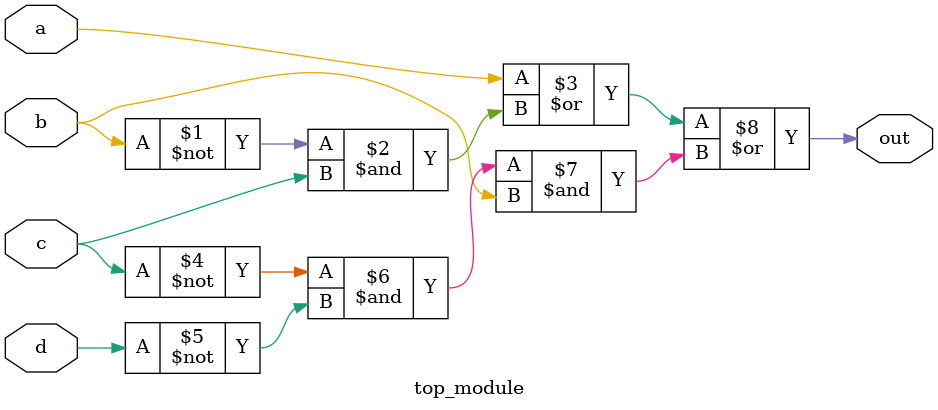
<source format=v>
module top_module(
    input a,
    input b,
    input c,
    input d,
    output out  ); 
	assign out = a | ~b&c | ~c&~d&b;
endmodule

</source>
